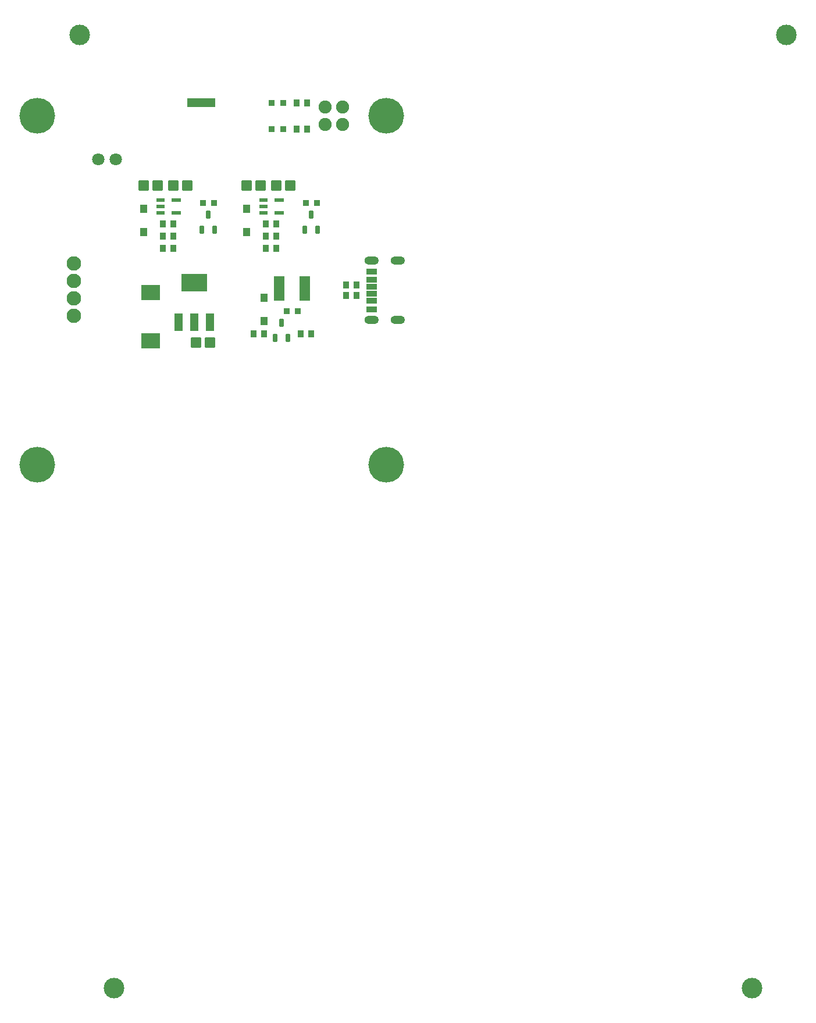
<source format=gts>
G04 Layer: TopSolderMaskLayer*
G04 Panelize: Stamp Hole, Column: 2, Row: 2, Board Size: 58.42mm x 58.42mm, Panelized Board Size: 122.84mm x 122.84mm*
G04 EasyEDA v6.5.38, 2023-12-21 15:28:39*
G04 fd97eb0cb9c34c2b97cff67de17a6c99,5a6b42c53f6a479593ecc07194224c93,10*
G04 Gerber Generator version 0.2*
G04 Scale: 100 percent, Rotated: No, Reflected: No *
G04 Dimensions in millimeters *
G04 leading zeros omitted , absolute positions ,4 integer and 5 decimal *
%FSLAX45Y45*%
%MOMM*%

%AMMACRO1*1,1,$1,$2,$3*1,1,$1,$4,$5*1,1,$1,0-$2,0-$3*1,1,$1,0-$4,0-$5*20,1,$1,$2,$3,$4,$5,0*20,1,$1,$4,$5,0-$2,0-$3,0*20,1,$1,0-$2,0-$3,0-$4,0-$5,0*20,1,$1,0-$4,0-$5,$2,$3,0*4,1,4,$2,$3,$4,$5,0-$2,0-$3,0-$4,0-$5,$2,$3,0*%
%ADD10MACRO1,0.1016X-0.705X-0.675X-0.705X0.675*%
%ADD11MACRO1,0.1016X0.705X-0.675X0.705X0.675*%
%ADD12MACRO1,0.1016X-0.4032X-0.432X-0.4032X0.432*%
%ADD13MACRO1,0.1016X0.4032X-0.432X0.4032X0.432*%
%ADD14MACRO1,0.1016X0.4032X0.432X0.4032X-0.432*%
%ADD15MACRO1,0.1016X-0.4032X0.432X-0.4032X-0.432*%
%ADD16MACRO1,0.1016X0.705X0.675X0.705X-0.675*%
%ADD17MACRO1,0.1016X-0.705X0.675X-0.705X-0.675*%
%ADD18R,1.0516X1.3016*%
%ADD19MACRO1,0.1016X-0.266X-0.5188X0.266X-0.5188*%
%ADD20MACRO1,0.1016X0.4X0.4X0.4X-0.4*%
%ADD21MACRO1,0.1016X0.5785X0.245X0.5785X-0.245*%
%ADD22MACRO1,0.1016X0.5875X0.245X0.5875X-0.245*%
%ADD23R,2.6936X2.3091*%
%ADD24R,0.9016X0.9016*%
%ADD25MACRO1,0.1016X0.7033X1.7496X0.7033X-1.7496*%
%ADD26MACRO1,0.1016X-0.7033X1.7496X-0.7033X-1.7496*%
%ADD27MACRO1,0.1016X-0.525X-1.2325X0.525X-1.2325*%
%ADD28MACRO1,0.1016X1.77X-1.2325X-1.77X-1.2325*%
%ADD29R,1.5016X0.9016*%
%ADD30O,2.1015960000000002X1.2015978000000003*%
%ADD31C,5.2032*%
%ADD32C,1.9016*%
%ADD33C,1.8016*%
%ADD34C,2.1016*%
%ADD35C,3.0000*%

%LPD*%
D10*
G01*
X2893997Y2158994D03*
D11*
G01*
X2693992Y2158994D03*
D12*
G01*
X4304424Y5651500D03*
D13*
G01*
X4153775Y5651500D03*
D14*
G01*
X2210669Y3886192D03*
D15*
G01*
X2361319Y3886192D03*
D14*
G01*
X3709264Y3886189D03*
D15*
G01*
X3859914Y3886189D03*
D10*
G01*
X2131997Y4444989D03*
D11*
G01*
X1931992Y4444989D03*
D16*
G01*
X2363792Y4444989D03*
D17*
G01*
X2563797Y4444989D03*
D18*
G01*
X1930400Y4107002D03*
G01*
X1930400Y3766997D03*
D12*
G01*
X2361319Y3708392D03*
D13*
G01*
X2210669Y3708392D03*
D19*
G01*
X2775195Y3801466D03*
G01*
X2965194Y3801466D03*
G01*
X2870194Y4021717D03*
D14*
G01*
X2210668Y3530592D03*
D15*
G01*
X2361321Y3530592D03*
D20*
G01*
X2790250Y4190639D03*
G01*
X2950151Y4191340D03*
D21*
G01*
X3669223Y4235185D03*
G01*
X3669223Y4140189D03*
G01*
X3669223Y4045193D03*
D22*
G01*
X3899956Y4045193D03*
G01*
X3899956Y4235185D03*
D20*
G01*
X4288845Y4190636D03*
G01*
X4448746Y4191337D03*
D14*
G01*
X3709263Y3530589D03*
D15*
G01*
X3859916Y3530589D03*
D19*
G01*
X4273790Y3801464D03*
G01*
X4463789Y3801464D03*
G01*
X4368789Y4021715D03*
D12*
G01*
X3859914Y3708389D03*
D13*
G01*
X3709264Y3708389D03*
D18*
G01*
X3429000Y4107002D03*
G01*
X3429000Y3766997D03*
D16*
G01*
X3862387Y4444987D03*
D17*
G01*
X4062392Y4444987D03*
D10*
G01*
X3630592Y4444987D03*
D11*
G01*
X3430587Y4444987D03*
D21*
G01*
X2170628Y4235188D03*
G01*
X2170628Y4140192D03*
G01*
X2170628Y4045196D03*
D22*
G01*
X2401361Y4045196D03*
G01*
X2401361Y4235188D03*
D18*
G01*
X3683863Y2811602D03*
G01*
X3683863Y2471597D03*
D23*
G01*
X2032000Y2891129D03*
G01*
X2032000Y2188870D03*
D12*
G01*
X4304424Y5270500D03*
D13*
G01*
X4153775Y5270500D03*
D12*
G01*
X5028314Y2997194D03*
D13*
G01*
X4877664Y2997194D03*
D12*
G01*
X5028314Y2844794D03*
D13*
G01*
X4877664Y2844794D03*
D12*
G01*
X3682114Y2285989D03*
D13*
G01*
X3531464Y2285989D03*
D24*
G01*
X4169333Y2616530D03*
G01*
X4009440Y2615844D03*
G01*
X3958590Y5270500D03*
G01*
X3788409Y5270500D03*
G01*
X3958590Y5651500D03*
G01*
X3788409Y5651500D03*
D12*
G01*
X4367914Y2285989D03*
D13*
G01*
X4217264Y2285989D03*
D25*
G01*
X3904056Y2946389D03*
D26*
G01*
X4274723Y2946389D03*
D27*
G01*
X2437005Y2457444D03*
G01*
X2666998Y2457444D03*
G01*
X2896997Y2457444D03*
D28*
G01*
X2666994Y3028944D03*
D19*
G01*
X3841987Y2226664D03*
G01*
X4031987Y2226664D03*
G01*
X3936987Y2446915D03*
D29*
G01*
X5245912Y2870987D03*
G01*
X5245912Y2970987D03*
G01*
X5245760Y3072993D03*
G01*
X5245506Y2769006D03*
G01*
X5245684Y3196005D03*
G01*
X5245684Y2645994D03*
D30*
G01*
X5245684Y3353003D03*
G01*
X5245684Y2488996D03*
G01*
X5625693Y2488996D03*
G01*
X5625693Y3353003D03*
D31*
G01*
X381000Y5461000D03*
G01*
X5461000Y5461000D03*
G01*
X5461000Y381000D03*
G01*
X381000Y381000D03*
G01*
X5461000Y5461000D03*
G01*
X381000Y5461000D03*
D32*
G01*
X4826000Y5588000D03*
G01*
X4826000Y5334000D03*
G01*
X4572000Y5334000D03*
G01*
X4572000Y5588000D03*
D33*
G01*
X1524000Y4826000D03*
G01*
X1270000Y4826000D03*
D34*
G01*
X910818Y2799714D03*
G01*
X910818Y3053714D03*
G01*
X910818Y3307714D03*
G01*
X910818Y2545714D03*
D35*
G01*
X999997Y6641998D03*
G01*
X11284000Y6641998D03*
G01*
X1499996Y-7241997D03*
G01*
X10784001Y-7241997D03*
G36*
X2565400Y5715000D02*
G01*
X2971800Y5715000D01*
X2971800Y5588000D01*
X2565400Y5588000D01*
G37*
M02*

</source>
